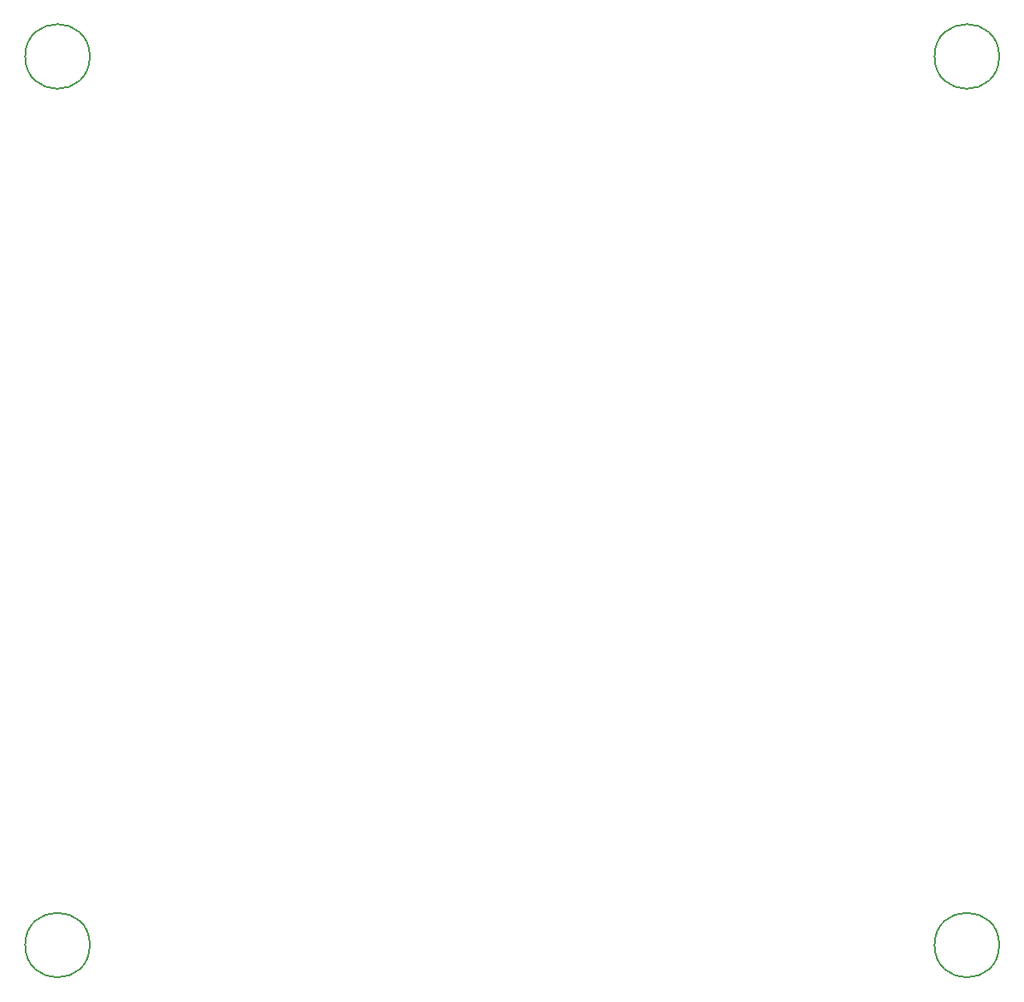
<source format=gbr>
%TF.GenerationSoftware,KiCad,Pcbnew,8.0.6*%
%TF.CreationDate,2024-11-20T13:36:43-05:00*%
%TF.ProjectId,wheel_counter,77686565-6c5f-4636-9f75-6e7465722e6b,rev?*%
%TF.SameCoordinates,Original*%
%TF.FileFunction,Other,Comment*%
%FSLAX46Y46*%
G04 Gerber Fmt 4.6, Leading zero omitted, Abs format (unit mm)*
G04 Created by KiCad (PCBNEW 8.0.6) date 2024-11-20 13:36:43*
%MOMM*%
%LPD*%
G01*
G04 APERTURE LIST*
%ADD10C,0.150000*%
G04 APERTURE END LIST*
D10*
%TO.C,H3*%
X133200000Y-57000000D02*
G75*
G02*
X126800000Y-57000000I-3200000J0D01*
G01*
X126800000Y-57000000D02*
G75*
G02*
X133200000Y-57000000I3200000J0D01*
G01*
%TO.C,H1*%
X43200000Y-145000000D02*
G75*
G02*
X36800000Y-145000000I-3200000J0D01*
G01*
X36800000Y-145000000D02*
G75*
G02*
X43200000Y-145000000I3200000J0D01*
G01*
%TO.C,H4*%
X133200000Y-145000000D02*
G75*
G02*
X126800000Y-145000000I-3200000J0D01*
G01*
X126800000Y-145000000D02*
G75*
G02*
X133200000Y-145000000I3200000J0D01*
G01*
%TO.C,H2*%
X43200000Y-57000000D02*
G75*
G02*
X36800000Y-57000000I-3200000J0D01*
G01*
X36800000Y-57000000D02*
G75*
G02*
X43200000Y-57000000I3200000J0D01*
G01*
%TD*%
M02*

</source>
